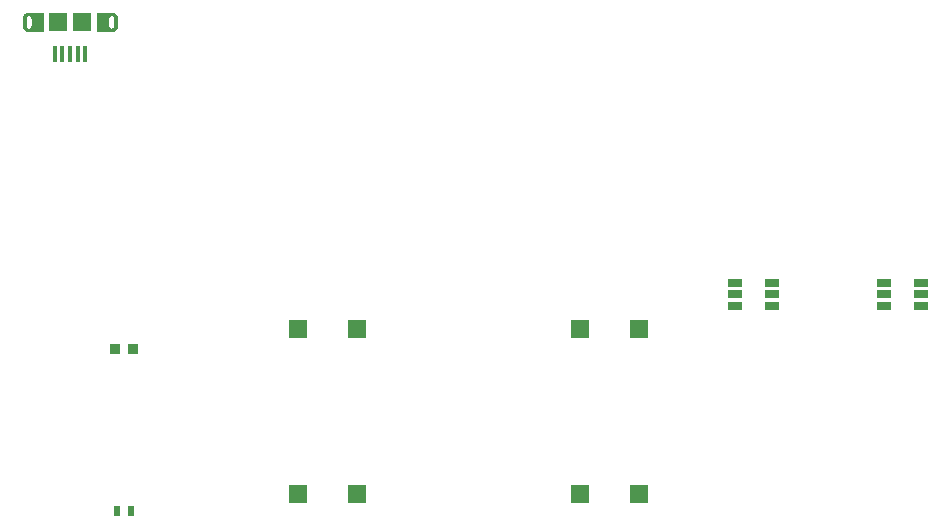
<source format=gtp>
G04 #@! TF.GenerationSoftware,KiCad,Pcbnew,(6.0.7)*
G04 #@! TF.CreationDate,2023-03-18T00:07:20-06:00*
G04 #@! TF.ProjectId,Base Station,42617365-2053-4746-9174-696f6e2e6b69,1.2*
G04 #@! TF.SameCoordinates,Original*
G04 #@! TF.FileFunction,Paste,Top*
G04 #@! TF.FilePolarity,Positive*
%FSLAX46Y46*%
G04 Gerber Fmt 4.6, Leading zero omitted, Abs format (unit mm)*
G04 Created by KiCad (PCBNEW (6.0.7)) date 2023-03-18 00:07:20*
%MOMM*%
%LPD*%
G01*
G04 APERTURE LIST*
%ADD10C,0.000100*%
%ADD11R,0.495300X0.812800*%
%ADD12R,0.863600X0.812800*%
%ADD13R,1.193800X0.711200*%
%ADD14R,1.600000X1.550000*%
%ADD15R,0.400000X1.350000*%
%ADD16R,1.500000X1.550000*%
G04 APERTURE END LIST*
D10*
X116896000Y-78247500D02*
X116896000Y-78417500D01*
X123896000Y-79787500D02*
X123896000Y-79617500D01*
G36*
X123922000Y-78243500D02*
G01*
X123948000Y-78245500D01*
X123974000Y-78248500D01*
X124000000Y-78253500D01*
X124025000Y-78259500D01*
X124051000Y-78266500D01*
X124075000Y-78275500D01*
X124099000Y-78285500D01*
X124123000Y-78296500D01*
X124146000Y-78309500D01*
X124190000Y-78337500D01*
X124211000Y-78353500D01*
X124231000Y-78370500D01*
X124250000Y-78388500D01*
X124268000Y-78407500D01*
X124285000Y-78427500D01*
X124301000Y-78448500D01*
X124329000Y-78492500D01*
X124342000Y-78515500D01*
X124353000Y-78539500D01*
X124363000Y-78563500D01*
X124372000Y-78587500D01*
X124379000Y-78613500D01*
X124385000Y-78638500D01*
X124390000Y-78664500D01*
X124393000Y-78690500D01*
X124395000Y-78716500D01*
X124396000Y-78742500D01*
X124396000Y-79292500D01*
X124395000Y-79318500D01*
X124393000Y-79344500D01*
X124390000Y-79370500D01*
X124385000Y-79396500D01*
X124379000Y-79421500D01*
X124372000Y-79447500D01*
X124363000Y-79471500D01*
X124353000Y-79495500D01*
X124342000Y-79519500D01*
X124329000Y-79542500D01*
X124301000Y-79586500D01*
X124285000Y-79607500D01*
X124268000Y-79627500D01*
X124250000Y-79646500D01*
X124231000Y-79664500D01*
X124211000Y-79681500D01*
X124190000Y-79697500D01*
X124146000Y-79725500D01*
X124123000Y-79738500D01*
X124099000Y-79749500D01*
X124075000Y-79759500D01*
X124051000Y-79768500D01*
X124025000Y-79775500D01*
X124000000Y-79781500D01*
X123974000Y-79786500D01*
X123948000Y-79789500D01*
X123922000Y-79791500D01*
X123896000Y-79792500D01*
X123896000Y-79592500D01*
X123909000Y-79592500D01*
X123922000Y-79591500D01*
X123948000Y-79587500D01*
X123961000Y-79583500D01*
X123973000Y-79580500D01*
X123986000Y-79575500D01*
X123998000Y-79570500D01*
X124009000Y-79565500D01*
X124021000Y-79559500D01*
X124032000Y-79552500D01*
X124043000Y-79544500D01*
X124063000Y-79528500D01*
X124073000Y-79519500D01*
X124082000Y-79509500D01*
X124098000Y-79489500D01*
X124106000Y-79478500D01*
X124113000Y-79467500D01*
X124119000Y-79455500D01*
X124124000Y-79444500D01*
X124129000Y-79432500D01*
X124134000Y-79419500D01*
X124137000Y-79407500D01*
X124141000Y-79394500D01*
X124145000Y-79368500D01*
X124146000Y-79355500D01*
X124146000Y-78679500D01*
X124145000Y-78666500D01*
X124141000Y-78640500D01*
X124137000Y-78627500D01*
X124134000Y-78615500D01*
X124129000Y-78602500D01*
X124124000Y-78590500D01*
X124119000Y-78579500D01*
X124113000Y-78567500D01*
X124106000Y-78556500D01*
X124098000Y-78545500D01*
X124082000Y-78525500D01*
X124073000Y-78515500D01*
X124063000Y-78506500D01*
X124043000Y-78490500D01*
X124032000Y-78482500D01*
X124021000Y-78475500D01*
X124009000Y-78469500D01*
X123998000Y-78464500D01*
X123986000Y-78459500D01*
X123973000Y-78454500D01*
X123961000Y-78451500D01*
X123948000Y-78447500D01*
X123922000Y-78443500D01*
X123909000Y-78442500D01*
X123896000Y-78442500D01*
X123896000Y-78242500D01*
X123922000Y-78243500D01*
G37*
X123922000Y-78243500D02*
X123948000Y-78245500D01*
X123974000Y-78248500D01*
X124000000Y-78253500D01*
X124025000Y-78259500D01*
X124051000Y-78266500D01*
X124075000Y-78275500D01*
X124099000Y-78285500D01*
X124123000Y-78296500D01*
X124146000Y-78309500D01*
X124190000Y-78337500D01*
X124211000Y-78353500D01*
X124231000Y-78370500D01*
X124250000Y-78388500D01*
X124268000Y-78407500D01*
X124285000Y-78427500D01*
X124301000Y-78448500D01*
X124329000Y-78492500D01*
X124342000Y-78515500D01*
X124353000Y-78539500D01*
X124363000Y-78563500D01*
X124372000Y-78587500D01*
X124379000Y-78613500D01*
X124385000Y-78638500D01*
X124390000Y-78664500D01*
X124393000Y-78690500D01*
X124395000Y-78716500D01*
X124396000Y-78742500D01*
X124396000Y-79292500D01*
X124395000Y-79318500D01*
X124393000Y-79344500D01*
X124390000Y-79370500D01*
X124385000Y-79396500D01*
X124379000Y-79421500D01*
X124372000Y-79447500D01*
X124363000Y-79471500D01*
X124353000Y-79495500D01*
X124342000Y-79519500D01*
X124329000Y-79542500D01*
X124301000Y-79586500D01*
X124285000Y-79607500D01*
X124268000Y-79627500D01*
X124250000Y-79646500D01*
X124231000Y-79664500D01*
X124211000Y-79681500D01*
X124190000Y-79697500D01*
X124146000Y-79725500D01*
X124123000Y-79738500D01*
X124099000Y-79749500D01*
X124075000Y-79759500D01*
X124051000Y-79768500D01*
X124025000Y-79775500D01*
X124000000Y-79781500D01*
X123974000Y-79786500D01*
X123948000Y-79789500D01*
X123922000Y-79791500D01*
X123896000Y-79792500D01*
X123896000Y-79592500D01*
X123909000Y-79592500D01*
X123922000Y-79591500D01*
X123948000Y-79587500D01*
X123961000Y-79583500D01*
X123973000Y-79580500D01*
X123986000Y-79575500D01*
X123998000Y-79570500D01*
X124009000Y-79565500D01*
X124021000Y-79559500D01*
X124032000Y-79552500D01*
X124043000Y-79544500D01*
X124063000Y-79528500D01*
X124073000Y-79519500D01*
X124082000Y-79509500D01*
X124098000Y-79489500D01*
X124106000Y-79478500D01*
X124113000Y-79467500D01*
X124119000Y-79455500D01*
X124124000Y-79444500D01*
X124129000Y-79432500D01*
X124134000Y-79419500D01*
X124137000Y-79407500D01*
X124141000Y-79394500D01*
X124145000Y-79368500D01*
X124146000Y-79355500D01*
X124146000Y-78679500D01*
X124145000Y-78666500D01*
X124141000Y-78640500D01*
X124137000Y-78627500D01*
X124134000Y-78615500D01*
X124129000Y-78602500D01*
X124124000Y-78590500D01*
X124119000Y-78579500D01*
X124113000Y-78567500D01*
X124106000Y-78556500D01*
X124098000Y-78545500D01*
X124082000Y-78525500D01*
X124073000Y-78515500D01*
X124063000Y-78506500D01*
X124043000Y-78490500D01*
X124032000Y-78482500D01*
X124021000Y-78475500D01*
X124009000Y-78469500D01*
X123998000Y-78464500D01*
X123986000Y-78459500D01*
X123973000Y-78454500D01*
X123961000Y-78451500D01*
X123948000Y-78447500D01*
X123922000Y-78443500D01*
X123909000Y-78442500D01*
X123896000Y-78442500D01*
X123896000Y-78242500D01*
X123922000Y-78243500D01*
G36*
X116896000Y-78442500D02*
G01*
X116883000Y-78442500D01*
X116870000Y-78443500D01*
X116844000Y-78447500D01*
X116831000Y-78451500D01*
X116819000Y-78454500D01*
X116806000Y-78459500D01*
X116794000Y-78464500D01*
X116783000Y-78469500D01*
X116771000Y-78475500D01*
X116760000Y-78482500D01*
X116749000Y-78490500D01*
X116729000Y-78506500D01*
X116719000Y-78515500D01*
X116710000Y-78525500D01*
X116694000Y-78545500D01*
X116686000Y-78556500D01*
X116679000Y-78567500D01*
X116673000Y-78579500D01*
X116668000Y-78590500D01*
X116663000Y-78602500D01*
X116658000Y-78615500D01*
X116655000Y-78627500D01*
X116651000Y-78640500D01*
X116647000Y-78666500D01*
X116646000Y-78679500D01*
X116646000Y-79355500D01*
X116647000Y-79368500D01*
X116651000Y-79394500D01*
X116655000Y-79407500D01*
X116658000Y-79419500D01*
X116663000Y-79432500D01*
X116668000Y-79444500D01*
X116673000Y-79455500D01*
X116679000Y-79467500D01*
X116686000Y-79478500D01*
X116694000Y-79489500D01*
X116710000Y-79509500D01*
X116719000Y-79519500D01*
X116729000Y-79528500D01*
X116749000Y-79544500D01*
X116760000Y-79552500D01*
X116771000Y-79559500D01*
X116783000Y-79565500D01*
X116794000Y-79570500D01*
X116806000Y-79575500D01*
X116819000Y-79580500D01*
X116831000Y-79583500D01*
X116844000Y-79587500D01*
X116870000Y-79591500D01*
X116883000Y-79592500D01*
X116896000Y-79592500D01*
X116896000Y-79792500D01*
X116870000Y-79791500D01*
X116844000Y-79789500D01*
X116818000Y-79786500D01*
X116792000Y-79781500D01*
X116767000Y-79775500D01*
X116741000Y-79768500D01*
X116717000Y-79759500D01*
X116693000Y-79749500D01*
X116669000Y-79738500D01*
X116646000Y-79725500D01*
X116602000Y-79697500D01*
X116581000Y-79681500D01*
X116561000Y-79664500D01*
X116542000Y-79646500D01*
X116524000Y-79627500D01*
X116507000Y-79607500D01*
X116491000Y-79586500D01*
X116463000Y-79542500D01*
X116450000Y-79519500D01*
X116439000Y-79495500D01*
X116429000Y-79471500D01*
X116420000Y-79447500D01*
X116413000Y-79421500D01*
X116407000Y-79396500D01*
X116402000Y-79370500D01*
X116399000Y-79344500D01*
X116397000Y-79318500D01*
X116396000Y-79292500D01*
X116396000Y-78742500D01*
X116397000Y-78716500D01*
X116399000Y-78690500D01*
X116402000Y-78664500D01*
X116407000Y-78638500D01*
X116413000Y-78613500D01*
X116420000Y-78587500D01*
X116429000Y-78563500D01*
X116439000Y-78539500D01*
X116450000Y-78515500D01*
X116463000Y-78492500D01*
X116491000Y-78448500D01*
X116507000Y-78427500D01*
X116524000Y-78407500D01*
X116542000Y-78388500D01*
X116561000Y-78370500D01*
X116581000Y-78353500D01*
X116602000Y-78337500D01*
X116646000Y-78309500D01*
X116669000Y-78296500D01*
X116693000Y-78285500D01*
X116717000Y-78275500D01*
X116741000Y-78266500D01*
X116767000Y-78259500D01*
X116792000Y-78253500D01*
X116818000Y-78248500D01*
X116844000Y-78245500D01*
X116870000Y-78243500D01*
X116896000Y-78242500D01*
X116896000Y-78442500D01*
G37*
X116896000Y-78442500D02*
X116883000Y-78442500D01*
X116870000Y-78443500D01*
X116844000Y-78447500D01*
X116831000Y-78451500D01*
X116819000Y-78454500D01*
X116806000Y-78459500D01*
X116794000Y-78464500D01*
X116783000Y-78469500D01*
X116771000Y-78475500D01*
X116760000Y-78482500D01*
X116749000Y-78490500D01*
X116729000Y-78506500D01*
X116719000Y-78515500D01*
X116710000Y-78525500D01*
X116694000Y-78545500D01*
X116686000Y-78556500D01*
X116679000Y-78567500D01*
X116673000Y-78579500D01*
X116668000Y-78590500D01*
X116663000Y-78602500D01*
X116658000Y-78615500D01*
X116655000Y-78627500D01*
X116651000Y-78640500D01*
X116647000Y-78666500D01*
X116646000Y-78679500D01*
X116646000Y-79355500D01*
X116647000Y-79368500D01*
X116651000Y-79394500D01*
X116655000Y-79407500D01*
X116658000Y-79419500D01*
X116663000Y-79432500D01*
X116668000Y-79444500D01*
X116673000Y-79455500D01*
X116679000Y-79467500D01*
X116686000Y-79478500D01*
X116694000Y-79489500D01*
X116710000Y-79509500D01*
X116719000Y-79519500D01*
X116729000Y-79528500D01*
X116749000Y-79544500D01*
X116760000Y-79552500D01*
X116771000Y-79559500D01*
X116783000Y-79565500D01*
X116794000Y-79570500D01*
X116806000Y-79575500D01*
X116819000Y-79580500D01*
X116831000Y-79583500D01*
X116844000Y-79587500D01*
X116870000Y-79591500D01*
X116883000Y-79592500D01*
X116896000Y-79592500D01*
X116896000Y-79792500D01*
X116870000Y-79791500D01*
X116844000Y-79789500D01*
X116818000Y-79786500D01*
X116792000Y-79781500D01*
X116767000Y-79775500D01*
X116741000Y-79768500D01*
X116717000Y-79759500D01*
X116693000Y-79749500D01*
X116669000Y-79738500D01*
X116646000Y-79725500D01*
X116602000Y-79697500D01*
X116581000Y-79681500D01*
X116561000Y-79664500D01*
X116542000Y-79646500D01*
X116524000Y-79627500D01*
X116507000Y-79607500D01*
X116491000Y-79586500D01*
X116463000Y-79542500D01*
X116450000Y-79519500D01*
X116439000Y-79495500D01*
X116429000Y-79471500D01*
X116420000Y-79447500D01*
X116413000Y-79421500D01*
X116407000Y-79396500D01*
X116402000Y-79370500D01*
X116399000Y-79344500D01*
X116397000Y-79318500D01*
X116396000Y-79292500D01*
X116396000Y-78742500D01*
X116397000Y-78716500D01*
X116399000Y-78690500D01*
X116402000Y-78664500D01*
X116407000Y-78638500D01*
X116413000Y-78613500D01*
X116420000Y-78587500D01*
X116429000Y-78563500D01*
X116439000Y-78539500D01*
X116450000Y-78515500D01*
X116463000Y-78492500D01*
X116491000Y-78448500D01*
X116507000Y-78427500D01*
X116524000Y-78407500D01*
X116542000Y-78388500D01*
X116561000Y-78370500D01*
X116581000Y-78353500D01*
X116602000Y-78337500D01*
X116646000Y-78309500D01*
X116669000Y-78296500D01*
X116693000Y-78285500D01*
X116717000Y-78275500D01*
X116741000Y-78266500D01*
X116767000Y-78259500D01*
X116792000Y-78253500D01*
X116818000Y-78248500D01*
X116844000Y-78245500D01*
X116870000Y-78243500D01*
X116896000Y-78242500D01*
X116896000Y-78442500D01*
G36*
X118096000Y-79792500D02*
G01*
X116896000Y-79792500D01*
X116896000Y-79592500D01*
X116909000Y-79592500D01*
X116922000Y-79591500D01*
X116948000Y-79587500D01*
X116961000Y-79583500D01*
X116973000Y-79580500D01*
X116986000Y-79575500D01*
X116998000Y-79570500D01*
X117009000Y-79565500D01*
X117021000Y-79559500D01*
X117032000Y-79552500D01*
X117043000Y-79544500D01*
X117063000Y-79528500D01*
X117073000Y-79519500D01*
X117082000Y-79509500D01*
X117098000Y-79489500D01*
X117106000Y-79478500D01*
X117113000Y-79467500D01*
X117119000Y-79455500D01*
X117124000Y-79444500D01*
X117129000Y-79432500D01*
X117134000Y-79419500D01*
X117137000Y-79407500D01*
X117141000Y-79394500D01*
X117145000Y-79368500D01*
X117146000Y-79355500D01*
X117146000Y-78679500D01*
X117145000Y-78666500D01*
X117141000Y-78640500D01*
X117137000Y-78627500D01*
X117134000Y-78615500D01*
X117129000Y-78602500D01*
X117124000Y-78590500D01*
X117119000Y-78579500D01*
X117113000Y-78567500D01*
X117106000Y-78556500D01*
X117098000Y-78545500D01*
X117082000Y-78525500D01*
X117073000Y-78515500D01*
X117063000Y-78506500D01*
X117043000Y-78490500D01*
X117032000Y-78482500D01*
X117021000Y-78475500D01*
X117009000Y-78469500D01*
X116998000Y-78464500D01*
X116986000Y-78459500D01*
X116973000Y-78454500D01*
X116961000Y-78451500D01*
X116948000Y-78447500D01*
X116922000Y-78443500D01*
X116909000Y-78442500D01*
X116896000Y-78442500D01*
X116896000Y-78242500D01*
X118096000Y-78242500D01*
X118096000Y-79792500D01*
G37*
X118096000Y-79792500D02*
X116896000Y-79792500D01*
X116896000Y-79592500D01*
X116909000Y-79592500D01*
X116922000Y-79591500D01*
X116948000Y-79587500D01*
X116961000Y-79583500D01*
X116973000Y-79580500D01*
X116986000Y-79575500D01*
X116998000Y-79570500D01*
X117009000Y-79565500D01*
X117021000Y-79559500D01*
X117032000Y-79552500D01*
X117043000Y-79544500D01*
X117063000Y-79528500D01*
X117073000Y-79519500D01*
X117082000Y-79509500D01*
X117098000Y-79489500D01*
X117106000Y-79478500D01*
X117113000Y-79467500D01*
X117119000Y-79455500D01*
X117124000Y-79444500D01*
X117129000Y-79432500D01*
X117134000Y-79419500D01*
X117137000Y-79407500D01*
X117141000Y-79394500D01*
X117145000Y-79368500D01*
X117146000Y-79355500D01*
X117146000Y-78679500D01*
X117145000Y-78666500D01*
X117141000Y-78640500D01*
X117137000Y-78627500D01*
X117134000Y-78615500D01*
X117129000Y-78602500D01*
X117124000Y-78590500D01*
X117119000Y-78579500D01*
X117113000Y-78567500D01*
X117106000Y-78556500D01*
X117098000Y-78545500D01*
X117082000Y-78525500D01*
X117073000Y-78515500D01*
X117063000Y-78506500D01*
X117043000Y-78490500D01*
X117032000Y-78482500D01*
X117021000Y-78475500D01*
X117009000Y-78469500D01*
X116998000Y-78464500D01*
X116986000Y-78459500D01*
X116973000Y-78454500D01*
X116961000Y-78451500D01*
X116948000Y-78447500D01*
X116922000Y-78443500D01*
X116909000Y-78442500D01*
X116896000Y-78442500D01*
X116896000Y-78242500D01*
X118096000Y-78242500D01*
X118096000Y-79792500D01*
G36*
X123896000Y-78442500D02*
G01*
X123883000Y-78442500D01*
X123870000Y-78443500D01*
X123844000Y-78447500D01*
X123831000Y-78451500D01*
X123819000Y-78454500D01*
X123806000Y-78459500D01*
X123794000Y-78464500D01*
X123783000Y-78469500D01*
X123771000Y-78475500D01*
X123760000Y-78482500D01*
X123749000Y-78490500D01*
X123729000Y-78506500D01*
X123719000Y-78515500D01*
X123710000Y-78525500D01*
X123694000Y-78545500D01*
X123686000Y-78556500D01*
X123679000Y-78567500D01*
X123673000Y-78579500D01*
X123668000Y-78590500D01*
X123663000Y-78602500D01*
X123658000Y-78615500D01*
X123655000Y-78627500D01*
X123651000Y-78640500D01*
X123647000Y-78666500D01*
X123646000Y-78679500D01*
X123646000Y-79355500D01*
X123647000Y-79368500D01*
X123651000Y-79394500D01*
X123655000Y-79407500D01*
X123658000Y-79419500D01*
X123663000Y-79432500D01*
X123668000Y-79444500D01*
X123673000Y-79455500D01*
X123679000Y-79467500D01*
X123686000Y-79478500D01*
X123694000Y-79489500D01*
X123710000Y-79509500D01*
X123719000Y-79519500D01*
X123729000Y-79528500D01*
X123749000Y-79544500D01*
X123760000Y-79552500D01*
X123771000Y-79559500D01*
X123783000Y-79565500D01*
X123794000Y-79570500D01*
X123806000Y-79575500D01*
X123819000Y-79580500D01*
X123831000Y-79583500D01*
X123844000Y-79587500D01*
X123870000Y-79591500D01*
X123883000Y-79592500D01*
X123896000Y-79592500D01*
X123896000Y-79792500D01*
X122696000Y-79792500D01*
X122696000Y-78242500D01*
X123896000Y-78242500D01*
X123896000Y-78442500D01*
G37*
X123896000Y-78442500D02*
X123883000Y-78442500D01*
X123870000Y-78443500D01*
X123844000Y-78447500D01*
X123831000Y-78451500D01*
X123819000Y-78454500D01*
X123806000Y-78459500D01*
X123794000Y-78464500D01*
X123783000Y-78469500D01*
X123771000Y-78475500D01*
X123760000Y-78482500D01*
X123749000Y-78490500D01*
X123729000Y-78506500D01*
X123719000Y-78515500D01*
X123710000Y-78525500D01*
X123694000Y-78545500D01*
X123686000Y-78556500D01*
X123679000Y-78567500D01*
X123673000Y-78579500D01*
X123668000Y-78590500D01*
X123663000Y-78602500D01*
X123658000Y-78615500D01*
X123655000Y-78627500D01*
X123651000Y-78640500D01*
X123647000Y-78666500D01*
X123646000Y-78679500D01*
X123646000Y-79355500D01*
X123647000Y-79368500D01*
X123651000Y-79394500D01*
X123655000Y-79407500D01*
X123658000Y-79419500D01*
X123663000Y-79432500D01*
X123668000Y-79444500D01*
X123673000Y-79455500D01*
X123679000Y-79467500D01*
X123686000Y-79478500D01*
X123694000Y-79489500D01*
X123710000Y-79509500D01*
X123719000Y-79519500D01*
X123729000Y-79528500D01*
X123749000Y-79544500D01*
X123760000Y-79552500D01*
X123771000Y-79559500D01*
X123783000Y-79565500D01*
X123794000Y-79570500D01*
X123806000Y-79575500D01*
X123819000Y-79580500D01*
X123831000Y-79583500D01*
X123844000Y-79587500D01*
X123870000Y-79591500D01*
X123883000Y-79592500D01*
X123896000Y-79592500D01*
X123896000Y-79792500D01*
X122696000Y-79792500D01*
X122696000Y-78242500D01*
X123896000Y-78242500D01*
X123896000Y-78442500D01*
D11*
X125571250Y-120396000D03*
X124364750Y-120396000D03*
D12*
X125742700Y-106680000D03*
X124193300Y-106680000D03*
D13*
X192480100Y-103092002D03*
X192480100Y-102092001D03*
X192480100Y-101092000D03*
X189355900Y-101092000D03*
X189355900Y-102092001D03*
X189355900Y-103092002D03*
D14*
X144740000Y-105039000D03*
X144740000Y-118989000D03*
X139740000Y-105039000D03*
X139740000Y-118989000D03*
X168616000Y-105039000D03*
X168616000Y-118989000D03*
X163616000Y-105039000D03*
X163616000Y-118989000D03*
D15*
X121696000Y-81717500D03*
X121046000Y-81717500D03*
X120396000Y-81717500D03*
X119746000Y-81717500D03*
X119096000Y-81717500D03*
D16*
X119396000Y-79017500D03*
X121396000Y-79017500D03*
D13*
X179870100Y-103092002D03*
X179870100Y-102092001D03*
X179870100Y-101092000D03*
X176745900Y-101092000D03*
X176745900Y-102092001D03*
X176745900Y-103092002D03*
M02*

</source>
